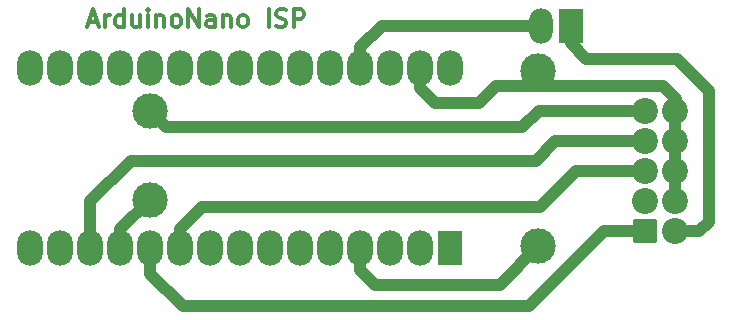
<source format=gbr>
%TF.GenerationSoftware,KiCad,Pcbnew,(6.0.0)*%
%TF.CreationDate,2022-03-06T12:05:09+01:00*%
%TF.ProjectId,ArduinoNanoISP,41726475-696e-46f4-9e61-6e6f4953502e,rev?*%
%TF.SameCoordinates,PX768d1f0PY72f7270*%
%TF.FileFunction,Copper,L1,Top*%
%TF.FilePolarity,Positive*%
%FSLAX46Y46*%
G04 Gerber Fmt 4.6, Leading zero omitted, Abs format (unit mm)*
G04 Created by KiCad (PCBNEW (6.0.0)) date 2022-03-06 12:05:09*
%MOMM*%
%LPD*%
G01*
G04 APERTURE LIST*
G04 Aperture macros list*
%AMRoundRect*
0 Rectangle with rounded corners*
0 $1 Rounding radius*
0 $2 $3 $4 $5 $6 $7 $8 $9 X,Y pos of 4 corners*
0 Add a 4 corners polygon primitive as box body*
4,1,4,$2,$3,$4,$5,$6,$7,$8,$9,$2,$3,0*
0 Add four circle primitives for the rounded corners*
1,1,$1+$1,$2,$3*
1,1,$1+$1,$4,$5*
1,1,$1+$1,$6,$7*
1,1,$1+$1,$8,$9*
0 Add four rect primitives between the rounded corners*
20,1,$1+$1,$2,$3,$4,$5,0*
20,1,$1+$1,$4,$5,$6,$7,0*
20,1,$1+$1,$6,$7,$8,$9,0*
20,1,$1+$1,$8,$9,$2,$3,0*%
G04 Aperture macros list end*
%ADD10C,0.300000*%
%TA.AperFunction,NonConductor*%
%ADD11C,0.300000*%
%TD*%
%TA.AperFunction,ComponentPad*%
%ADD12R,2.000000X3.000000*%
%TD*%
%TA.AperFunction,ComponentPad*%
%ADD13O,2.000000X3.000000*%
%TD*%
%TA.AperFunction,ComponentPad*%
%ADD14R,2.100000X3.000000*%
%TD*%
%TA.AperFunction,ComponentPad*%
%ADD15O,2.200000X3.000000*%
%TD*%
%TA.AperFunction,ComponentPad*%
%ADD16RoundRect,0.308824X-0.741176X-0.741176X0.741176X-0.741176X0.741176X0.741176X-0.741176X0.741176X0*%
%TD*%
%TA.AperFunction,ComponentPad*%
%ADD17C,2.200000*%
%TD*%
%TA.AperFunction,ViaPad*%
%ADD18C,3.000000*%
%TD*%
%TA.AperFunction,Conductor*%
%ADD19C,1.000000*%
%TD*%
G04 APERTURE END LIST*
D10*
D11*
X7417857Y25475000D02*
X8132142Y25475000D01*
X7275000Y25046429D02*
X7775000Y26546429D01*
X8275000Y25046429D01*
X8775000Y25046429D02*
X8775000Y26046429D01*
X8775000Y25760715D02*
X8846428Y25903572D01*
X8917857Y25975000D01*
X9060714Y26046429D01*
X9203571Y26046429D01*
X10346428Y25046429D02*
X10346428Y26546429D01*
X10346428Y25117858D02*
X10203571Y25046429D01*
X9917857Y25046429D01*
X9775000Y25117858D01*
X9703571Y25189286D01*
X9632142Y25332143D01*
X9632142Y25760715D01*
X9703571Y25903572D01*
X9775000Y25975000D01*
X9917857Y26046429D01*
X10203571Y26046429D01*
X10346428Y25975000D01*
X11703571Y26046429D02*
X11703571Y25046429D01*
X11060714Y26046429D02*
X11060714Y25260715D01*
X11132142Y25117858D01*
X11275000Y25046429D01*
X11489285Y25046429D01*
X11632142Y25117858D01*
X11703571Y25189286D01*
X12417857Y25046429D02*
X12417857Y26046429D01*
X12417857Y26546429D02*
X12346428Y26475000D01*
X12417857Y26403572D01*
X12489285Y26475000D01*
X12417857Y26546429D01*
X12417857Y26403572D01*
X13132142Y26046429D02*
X13132142Y25046429D01*
X13132142Y25903572D02*
X13203571Y25975000D01*
X13346428Y26046429D01*
X13560714Y26046429D01*
X13703571Y25975000D01*
X13775000Y25832143D01*
X13775000Y25046429D01*
X14703571Y25046429D02*
X14560714Y25117858D01*
X14489285Y25189286D01*
X14417857Y25332143D01*
X14417857Y25760715D01*
X14489285Y25903572D01*
X14560714Y25975000D01*
X14703571Y26046429D01*
X14917857Y26046429D01*
X15060714Y25975000D01*
X15132142Y25903572D01*
X15203571Y25760715D01*
X15203571Y25332143D01*
X15132142Y25189286D01*
X15060714Y25117858D01*
X14917857Y25046429D01*
X14703571Y25046429D01*
X15846428Y25046429D02*
X15846428Y26546429D01*
X16703571Y25046429D01*
X16703571Y26546429D01*
X18060714Y25046429D02*
X18060714Y25832143D01*
X17989285Y25975000D01*
X17846428Y26046429D01*
X17560714Y26046429D01*
X17417857Y25975000D01*
X18060714Y25117858D02*
X17917857Y25046429D01*
X17560714Y25046429D01*
X17417857Y25117858D01*
X17346428Y25260715D01*
X17346428Y25403572D01*
X17417857Y25546429D01*
X17560714Y25617858D01*
X17917857Y25617858D01*
X18060714Y25689286D01*
X18775000Y26046429D02*
X18775000Y25046429D01*
X18775000Y25903572D02*
X18846428Y25975000D01*
X18989285Y26046429D01*
X19203571Y26046429D01*
X19346428Y25975000D01*
X19417857Y25832143D01*
X19417857Y25046429D01*
X20346428Y25046429D02*
X20203571Y25117858D01*
X20132142Y25189286D01*
X20060714Y25332143D01*
X20060714Y25760715D01*
X20132142Y25903572D01*
X20203571Y25975000D01*
X20346428Y26046429D01*
X20560714Y26046429D01*
X20703571Y25975000D01*
X20775000Y25903572D01*
X20846428Y25760715D01*
X20846428Y25332143D01*
X20775000Y25189286D01*
X20703571Y25117858D01*
X20560714Y25046429D01*
X20346428Y25046429D01*
X22632142Y25046429D02*
X22632142Y26546429D01*
X23275000Y25117858D02*
X23489285Y25046429D01*
X23846428Y25046429D01*
X23989285Y25117858D01*
X24060714Y25189286D01*
X24132142Y25332143D01*
X24132142Y25475000D01*
X24060714Y25617858D01*
X23989285Y25689286D01*
X23846428Y25760715D01*
X23560714Y25832143D01*
X23417857Y25903572D01*
X23346428Y25975000D01*
X23275000Y26117858D01*
X23275000Y26260715D01*
X23346428Y26403572D01*
X23417857Y26475000D01*
X23560714Y26546429D01*
X23917857Y26546429D01*
X24132142Y26475000D01*
X24775000Y25046429D02*
X24775000Y26546429D01*
X25346428Y26546429D01*
X25489285Y26475000D01*
X25560714Y26403572D01*
X25632142Y26260715D01*
X25632142Y26046429D01*
X25560714Y25903572D01*
X25489285Y25832143D01*
X25346428Y25760715D01*
X24775000Y25760715D01*
D12*
%TO.P,JP1,1,A*%
%TO.N,Net-(J1-Pad2)*%
X48200000Y25175000D03*
D13*
%TO.P,JP1,2,B*%
%TO.N,+5V*%
X45660000Y25175000D03*
%TD*%
D14*
%TO.P,A1,1,D1/TX*%
%TO.N,unconnected-(A1-Pad1)*%
X38025000Y6340000D03*
D15*
%TO.P,A1,2,D0/RX*%
%TO.N,unconnected-(A1-Pad2)*%
X35485000Y6340000D03*
%TO.P,A1,3,~{RESET}*%
%TO.N,unconnected-(A1-Pad3)*%
X32945000Y6340000D03*
%TO.P,A1,4,GND*%
%TO.N,GND*%
X30405000Y6340000D03*
%TO.P,A1,5,D2*%
%TO.N,unconnected-(A1-Pad5)*%
X27865000Y6340000D03*
%TO.P,A1,6,D3*%
%TO.N,unconnected-(A1-Pad6)*%
X25325000Y6340000D03*
%TO.P,A1,7,D4*%
%TO.N,unconnected-(A1-Pad7)*%
X22785000Y6340000D03*
%TO.P,A1,8,D5*%
%TO.N,unconnected-(A1-Pad8)*%
X20245000Y6340000D03*
%TO.P,A1,9,D6*%
%TO.N,unconnected-(A1-Pad9)*%
X17705000Y6340000D03*
%TO.P,A1,10,D7*%
%TO.N,/RESET*%
X15165000Y6340000D03*
%TO.P,A1,11,D8*%
%TO.N,/MOSI*%
X12625000Y6340000D03*
%TO.P,A1,12,D9*%
%TO.N,/MISO*%
X10085000Y6340000D03*
%TO.P,A1,13,D10*%
%TO.N,/SCK*%
X7545000Y6340000D03*
%TO.P,A1,14,D11*%
%TO.N,unconnected-(A1-Pad14)*%
X5005000Y6340000D03*
%TO.P,A1,15,D12*%
%TO.N,unconnected-(A1-Pad15)*%
X2465000Y6340000D03*
%TO.P,A1,16,D13*%
%TO.N,unconnected-(A1-Pad16)*%
X2465000Y21580000D03*
%TO.P,A1,17,3V3*%
%TO.N,unconnected-(A1-Pad17)*%
X5005000Y21580000D03*
%TO.P,A1,18,AREF*%
%TO.N,unconnected-(A1-Pad18)*%
X7545000Y21580000D03*
%TO.P,A1,19,A0*%
%TO.N,unconnected-(A1-Pad19)*%
X10085000Y21580000D03*
%TO.P,A1,20,A1*%
%TO.N,unconnected-(A1-Pad20)*%
X12625000Y21580000D03*
%TO.P,A1,21,A2*%
%TO.N,unconnected-(A1-Pad21)*%
X15165000Y21580000D03*
%TO.P,A1,22,A3*%
%TO.N,unconnected-(A1-Pad22)*%
X17705000Y21580000D03*
%TO.P,A1,23,A4*%
%TO.N,unconnected-(A1-Pad23)*%
X20245000Y21580000D03*
%TO.P,A1,24,A5*%
%TO.N,unconnected-(A1-Pad24)*%
X22785000Y21580000D03*
%TO.P,A1,25,A6*%
%TO.N,unconnected-(A1-Pad25)*%
X25325000Y21580000D03*
%TO.P,A1,26,A7*%
%TO.N,unconnected-(A1-Pad26)*%
X27865000Y21580000D03*
%TO.P,A1,27,+5V*%
%TO.N,+5V*%
X30405000Y21580000D03*
%TO.P,A1,28,~{RESET}*%
%TO.N,unconnected-(A1-Pad28)*%
X32945000Y21580000D03*
%TO.P,A1,29,GND*%
%TO.N,GND*%
X35485000Y21580000D03*
%TO.P,A1,30,VIN*%
%TO.N,unconnected-(A1-Pad30)*%
X38025000Y21580000D03*
%TD*%
D16*
%TO.P,J1,1,MOSI*%
%TO.N,/MOSI*%
X54525000Y7775000D03*
D17*
%TO.P,J1,2,VCC*%
%TO.N,Net-(J1-Pad2)*%
X57065000Y7775000D03*
%TO.P,J1,3,NC*%
%TO.N,unconnected-(J1-Pad3)*%
X54525000Y10315000D03*
%TO.P,J1,4,GND*%
%TO.N,GND*%
X57065000Y10315000D03*
%TO.P,J1,5,~{RST}*%
%TO.N,/RESET*%
X54525000Y12855000D03*
%TO.P,J1,6,GND*%
%TO.N,GND*%
X57065000Y12855000D03*
%TO.P,J1,7,SCK*%
%TO.N,/SCK*%
X54525000Y15395000D03*
%TO.P,J1,8,GND*%
%TO.N,GND*%
X57065000Y15395000D03*
%TO.P,J1,9,MISO*%
%TO.N,/MISO*%
X54525000Y17935000D03*
%TO.P,J1,10,GND*%
%TO.N,GND*%
X57065000Y17935000D03*
%TD*%
D18*
%TO.N,GND*%
X45475000Y21350000D03*
X45475000Y6500000D03*
%TO.N,/MISO*%
X12590000Y17935000D03*
X12550000Y10450000D03*
%TD*%
D19*
%TO.N,GND*%
X57125000Y17646341D02*
X57125000Y18975000D01*
X45550000Y20050000D02*
X41875000Y20050000D01*
X57065000Y10315000D02*
X57065000Y17586341D01*
X35485000Y19865000D02*
X35485000Y21580000D01*
X30405000Y6340000D02*
X30405000Y4495000D01*
X57125000Y18975000D02*
X56050000Y20050000D01*
X42200000Y3225000D02*
X45475000Y6500000D01*
X57065000Y17586341D02*
X57125000Y17646341D01*
X41875000Y20050000D02*
X40475000Y18650000D01*
X30405000Y4495000D02*
X31675000Y3225000D01*
X31675000Y3225000D02*
X42200000Y3225000D01*
X45475000Y20125000D02*
X45550000Y20050000D01*
X45475000Y21350000D02*
X45475000Y20125000D01*
X40475000Y18650000D02*
X36700000Y18650000D01*
X36700000Y18650000D02*
X35485000Y19865000D01*
X56050000Y20050000D02*
X45550000Y20050000D01*
%TO.N,/RESET*%
X45625000Y9825000D02*
X17000000Y9825000D01*
X48655000Y12855000D02*
X45625000Y9825000D01*
X17000000Y9825000D02*
X15165000Y7990000D01*
X15165000Y7990000D02*
X15165000Y6340000D01*
X54525000Y12855000D02*
X48655000Y12855000D01*
%TO.N,/MOSI*%
X54525000Y7775000D02*
X51025000Y7775000D01*
X12625000Y4125000D02*
X12625000Y6340000D01*
X44650000Y1400000D02*
X15350000Y1400000D01*
X15350000Y1400000D02*
X12625000Y4125000D01*
X51025000Y7775000D02*
X44650000Y1400000D01*
%TO.N,+5V*%
X32250000Y25175000D02*
X30405000Y23330000D01*
X45660000Y25175000D02*
X32250000Y25175000D01*
X30405000Y23330000D02*
X30405000Y21580000D01*
%TO.N,/MISO*%
X45485000Y17935000D02*
X44125000Y16575000D01*
X44125000Y16575000D02*
X13950000Y16575000D01*
X54525000Y17935000D02*
X45485000Y17935000D01*
X13950000Y16575000D02*
X12590000Y17935000D01*
X10085000Y7985000D02*
X12550000Y10450000D01*
X10085000Y6340000D02*
X10085000Y7985000D01*
%TO.N,/SCK*%
X45275000Y13750000D02*
X10975000Y13750000D01*
X54525000Y15395000D02*
X46920000Y15395000D01*
X7545000Y10320000D02*
X7545000Y6340000D01*
X46920000Y15395000D02*
X45275000Y13750000D01*
X10975000Y13750000D02*
X7545000Y10320000D01*
%TO.N,Net-(J1-Pad2)*%
X49525000Y22350000D02*
X48200000Y23675000D01*
X48200000Y23675000D02*
X48200000Y25175000D01*
X59100000Y7775000D02*
X59900000Y8575000D01*
X57065000Y7775000D02*
X59100000Y7775000D01*
X57200000Y22350000D02*
X49525000Y22350000D01*
X59900000Y8575000D02*
X59900000Y19650000D01*
X59900000Y19650000D02*
X57200000Y22350000D01*
%TD*%
M02*

</source>
